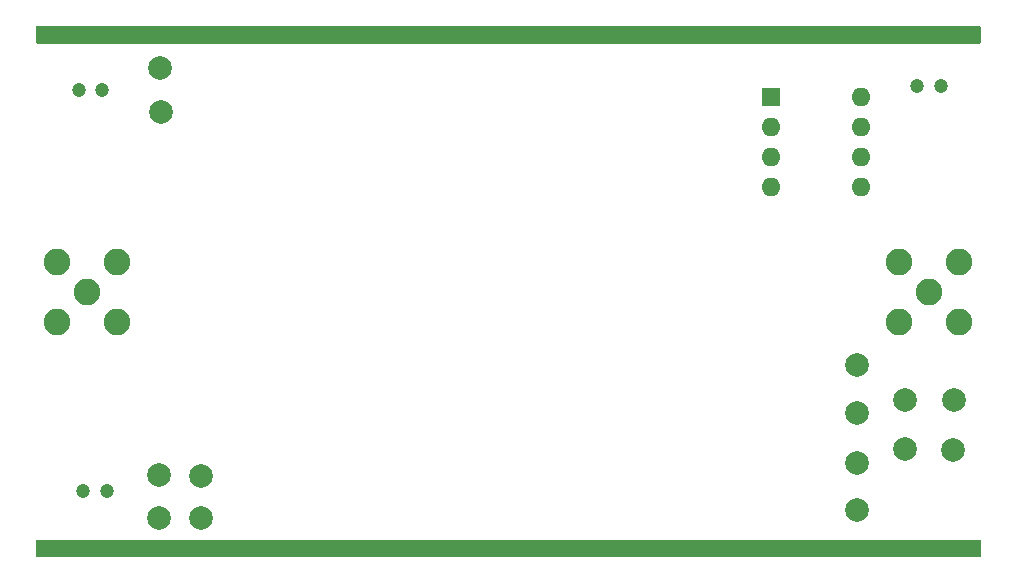
<source format=gbs>
%TF.GenerationSoftware,KiCad,Pcbnew,6.0.4-6f826c9f35~116~ubuntu20.04.1*%
%TF.CreationDate,2024-01-06T18:53:29+01:00*%
%TF.ProjectId,instrument_lowpass,696e7374-7275-46d6-956e-745f6c6f7770,rev?*%
%TF.SameCoordinates,Original*%
%TF.FileFunction,Soldermask,Bot*%
%TF.FilePolarity,Negative*%
%FSLAX46Y46*%
G04 Gerber Fmt 4.6, Leading zero omitted, Abs format (unit mm)*
G04 Created by KiCad (PCBNEW 6.0.4-6f826c9f35~116~ubuntu20.04.1) date 2024-01-06 18:53:29*
%MOMM*%
%LPD*%
G01*
G04 APERTURE LIST*
%ADD10C,2.000000*%
%ADD11R,1.600000X1.600000*%
%ADD12O,1.600000X1.600000*%
%ADD13C,1.200000*%
%ADD14C,2.250000*%
G04 APERTURE END LIST*
D10*
%TO.C,TP2*%
X114000000Y-91700000D03*
%TD*%
%TO.C,TP1*%
X114000000Y-88100000D03*
%TD*%
D11*
%TO.C,U1*%
X162200000Y-56000000D03*
D12*
X162200000Y-58540000D03*
X162200000Y-61080000D03*
X162200000Y-63620000D03*
X169820000Y-63620000D03*
X169820000Y-61080000D03*
X169820000Y-58540000D03*
X169820000Y-56000000D03*
%TD*%
D10*
%TO.C,TP5*%
X110600000Y-57300000D03*
%TD*%
%TO.C,TP14*%
X177700000Y-81700000D03*
%TD*%
%TO.C,TP3*%
X110400000Y-91700000D03*
%TD*%
D13*
%TO.C,C1*%
X105600000Y-55400000D03*
X103600000Y-55400000D03*
%TD*%
D10*
%TO.C,TP9*%
X173600000Y-85800000D03*
%TD*%
D13*
%TO.C,C9*%
X176600000Y-55100000D03*
X174600000Y-55100000D03*
%TD*%
%TO.C,C5*%
X106000000Y-89400000D03*
X104000000Y-89400000D03*
%TD*%
D14*
%TO.C,J1*%
X104320000Y-72500000D03*
X101780000Y-69960000D03*
X101780000Y-75040000D03*
X106860000Y-75040000D03*
X106860000Y-69960000D03*
%TD*%
D10*
%TO.C,TP8*%
X169500000Y-87000000D03*
%TD*%
D14*
%TO.C,J2*%
X175600000Y-72500000D03*
X173060000Y-75040000D03*
X178140000Y-69960000D03*
X173060000Y-69960000D03*
X178140000Y-75040000D03*
%TD*%
D10*
%TO.C,TP12*%
X177600000Y-85900000D03*
%TD*%
%TO.C,TP10*%
X173600000Y-81700000D03*
%TD*%
%TO.C,TP11*%
X169500000Y-78700000D03*
%TD*%
%TO.C,TP15*%
X169500000Y-82800000D03*
%TD*%
%TO.C,TP4*%
X110400000Y-88000000D03*
%TD*%
%TO.C,TP13*%
X169500000Y-91000000D03*
%TD*%
%TO.C,TP7*%
X110500000Y-53600000D03*
%TD*%
G36*
X179942121Y-50020002D02*
G01*
X179988614Y-50073658D01*
X180000000Y-50126000D01*
X180000000Y-51374000D01*
X179979998Y-51442121D01*
X179926342Y-51488614D01*
X179874000Y-51500000D01*
X100126000Y-51500000D01*
X100057879Y-51479998D01*
X100011386Y-51426342D01*
X100000000Y-51374000D01*
X100000000Y-50126000D01*
X100020002Y-50057879D01*
X100073658Y-50011386D01*
X100126000Y-50000000D01*
X179874000Y-50000000D01*
X179942121Y-50020002D01*
G37*
G36*
X179942121Y-93520002D02*
G01*
X179988614Y-93573658D01*
X180000000Y-93626000D01*
X180000000Y-94874000D01*
X179979998Y-94942121D01*
X179926342Y-94988614D01*
X179874000Y-95000000D01*
X100126000Y-95000000D01*
X100057879Y-94979998D01*
X100011386Y-94926342D01*
X100000000Y-94874000D01*
X100000000Y-93626000D01*
X100020002Y-93557879D01*
X100073658Y-93511386D01*
X100126000Y-93500000D01*
X179874000Y-93500000D01*
X179942121Y-93520002D01*
G37*
M02*

</source>
